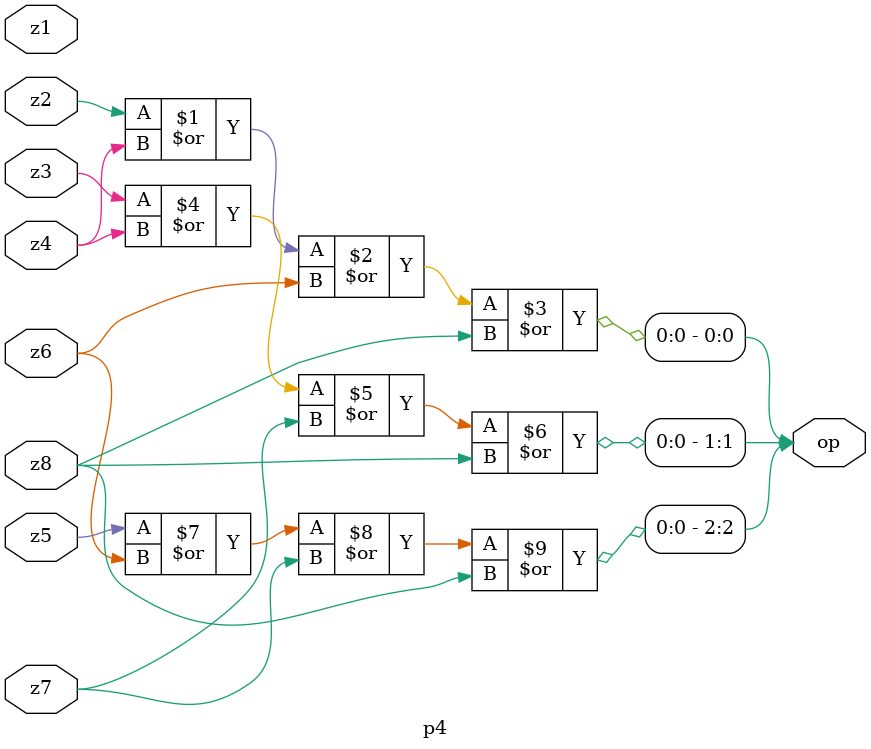
<source format=v>
module p4(op,z1,z2,z3,z4,z5,z6,z7,z8);
    // Mode Declaration
    // Sensor Signal for each zone
    input z1,z2,z3,z4,z5,z6,z7,z8;

    // Output
    output [2:0] op;

    assign op[0] = (z2|z4|z6|z8);
    assign op[1] = (z3|z4|z7|z8);
    assign op[2] = (z5|z6|z7|z8);
endmodule
</source>
